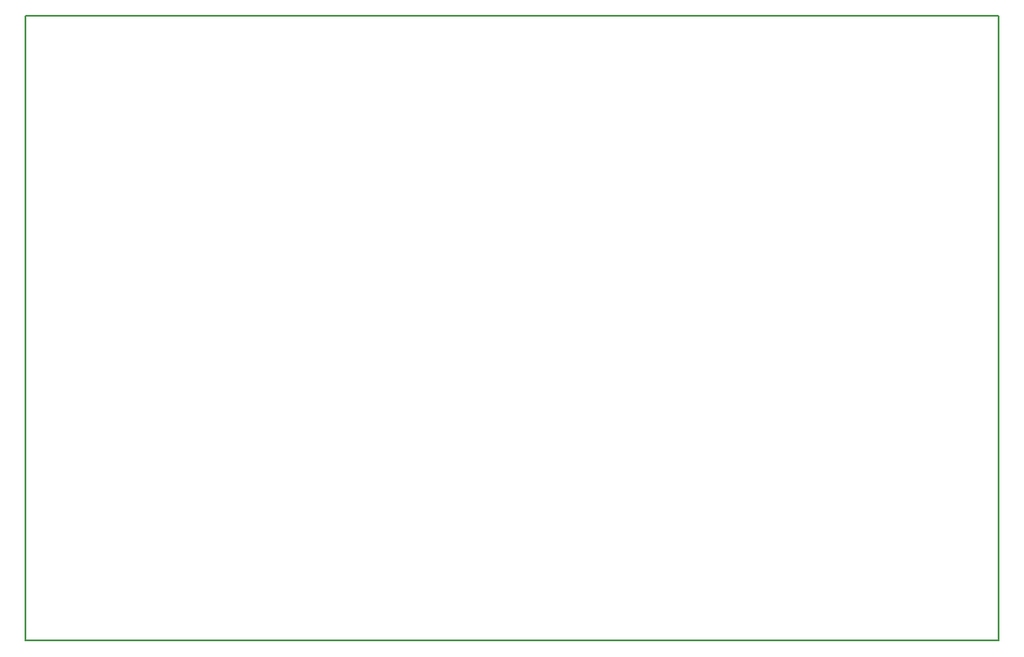
<source format=gbr>
%TF.GenerationSoftware,KiCad,Pcbnew,6.0.6-3a73a75311~116~ubuntu20.04.1*%
%TF.CreationDate,2022-06-25T17:28:11-07:00*%
%TF.ProjectId,RegisterFile,52656769-7374-4657-9246-696c652e6b69,rev?*%
%TF.SameCoordinates,Original*%
%TF.FileFunction,Profile,NP*%
%FSLAX46Y46*%
G04 Gerber Fmt 4.6, Leading zero omitted, Abs format (unit mm)*
G04 Created by KiCad (PCBNEW 6.0.6-3a73a75311~116~ubuntu20.04.1) date 2022-06-25 17:28:11*
%MOMM*%
%LPD*%
G01*
G04 APERTURE LIST*
%TA.AperFunction,Profile*%
%ADD10C,0.200000*%
%TD*%
G04 APERTURE END LIST*
D10*
X96520000Y-67310000D02*
X190500000Y-67310000D01*
X190500000Y-67310000D02*
X190500000Y-127635000D01*
X190500000Y-127635000D02*
X96520000Y-127635000D01*
X96520000Y-127635000D02*
X96520000Y-67310000D01*
M02*

</source>
